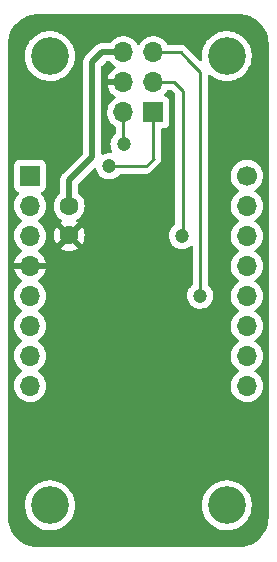
<source format=gtl>
%TF.GenerationSoftware,KiCad,Pcbnew,(6.0.0)*%
%TF.CreationDate,2022-03-14T07:52:58-04:00*%
%TF.ProjectId,JTAG_ISP-ISP,4a544147-5f49-4535-902d-4953502e6b69,v1.0.0*%
%TF.SameCoordinates,PX8924e3cPY3981160*%
%TF.FileFunction,Copper,L1,Top*%
%TF.FilePolarity,Positive*%
%FSLAX46Y46*%
G04 Gerber Fmt 4.6, Leading zero omitted, Abs format (unit mm)*
G04 Created by KiCad (PCBNEW (6.0.0)) date 2022-03-14 07:52:58*
%MOMM*%
%LPD*%
G01*
G04 APERTURE LIST*
%TA.AperFunction,ComponentPad*%
%ADD10C,3.200001*%
%TD*%
%TA.AperFunction,ComponentPad*%
%ADD11R,1.700000X1.700000*%
%TD*%
%TA.AperFunction,ComponentPad*%
%ADD12O,1.700000X1.700000*%
%TD*%
%TA.AperFunction,ComponentPad*%
%ADD13C,1.600000*%
%TD*%
%TA.AperFunction,ComponentPad*%
%ADD14C,1.700000*%
%TD*%
%TA.AperFunction,ViaPad*%
%ADD15C,1.200000*%
%TD*%
%TA.AperFunction,Conductor*%
%ADD16C,0.508000*%
%TD*%
%TA.AperFunction,Conductor*%
%ADD17C,0.250000*%
%TD*%
G04 APERTURE END LIST*
D10*
%TO.P,REF\u002A\u002A,*%
%TO.N,*%
X20043978Y-43102428D03*
%TD*%
D11*
%TO.P,J2,1,Pin_1*%
%TO.N,unconnected-(J2-Pad1)*%
X3373983Y-15208199D03*
D12*
%TO.P,J2,2,Pin_2*%
%TO.N,+5V*%
X3373983Y-17748199D03*
%TO.P,J2,3,Pin_3*%
%TO.N,unconnected-(J2-Pad3)*%
X3373983Y-20288199D03*
%TO.P,J2,4,Pin_4*%
%TO.N,GND*%
X3373983Y-22828199D03*
%TO.P,J2,5,Pin_5*%
%TO.N,unconnected-(J2-Pad5)*%
X3373983Y-25368199D03*
%TO.P,J2,6,Pin_6*%
%TO.N,MISO*%
X3373983Y-27908199D03*
%TO.P,J2,7,Pin_7*%
%TO.N,unconnected-(J2-Pad7)*%
X3373983Y-30448199D03*
%TO.P,J2,8,Pin_8*%
%TO.N,SCLK*%
X3373983Y-32988199D03*
%TD*%
D13*
%TO.P,C1,1*%
%TO.N,+5V*%
X6693988Y-17752432D03*
%TO.P,C1,2*%
%TO.N,GND*%
X6693988Y-20252432D03*
%TD*%
D10*
%TO.P,REF\u002A\u002A,*%
%TO.N,*%
X20043978Y-5066005D03*
%TD*%
%TO.P,REF\u002A\u002A,*%
%TO.N,*%
X5065979Y-43102428D03*
%TD*%
D14*
%TO.P,J3,1,Pin_1*%
%TO.N,SCLK*%
X21735999Y-15208199D03*
D12*
%TO.P,J3,2,Pin_2*%
%TO.N,unconnected-(J3-Pad2)*%
X21735999Y-17748199D03*
%TO.P,J3,3,Pin_3*%
%TO.N,RESET*%
X21735999Y-20288199D03*
%TO.P,J3,4,Pin_4*%
%TO.N,unconnected-(J3-Pad4)*%
X21735999Y-22828199D03*
%TO.P,J3,5,Pin_5*%
%TO.N,MOSI*%
X21735999Y-25368199D03*
%TO.P,J3,6,Pin_6*%
%TO.N,unconnected-(J3-Pad6)*%
X21735999Y-27908199D03*
%TO.P,J3,7,Pin_7*%
%TO.N,unconnected-(J3-Pad7)*%
X21735999Y-30448199D03*
%TO.P,J3,8,Pin_8*%
%TO.N,unconnected-(J3-Pad8)*%
X21735999Y-32988199D03*
%TD*%
D10*
%TO.P,REF\u002A\u002A,*%
%TO.N,*%
X5065979Y-5066005D03*
%TD*%
D11*
%TO.P,J1,1,Pin_1*%
%TO.N,MISO*%
X13824991Y-9824999D03*
D12*
%TO.P,J1,2,Pin_2*%
%TO.N,SCLK*%
X11284991Y-9824999D03*
%TO.P,J1,3,Pin_3*%
%TO.N,RESET*%
X13824991Y-7284999D03*
%TO.P,J1,4,Pin_4*%
%TO.N,GND*%
X11284991Y-7284999D03*
%TO.P,J1,5,Pin_5*%
%TO.N,MOSI*%
X13824991Y-4744999D03*
%TO.P,J1,6,Pin_6*%
%TO.N,+5V*%
X11284991Y-4744999D03*
%TD*%
D15*
%TO.N,GND*%
X7843988Y-30352432D03*
%TO.N,MISO*%
X10093988Y-14402432D03*
%TO.N,SCLK*%
X11300000Y-12550000D03*
%TO.N,RESET*%
X16243988Y-20302432D03*
%TO.N,MOSI*%
X17793988Y-25352432D03*
%TD*%
D16*
%TO.N,+5V*%
X6693988Y-15602432D02*
X6693988Y-17752432D01*
X8650000Y-13646420D02*
X6693988Y-15602432D01*
X11284991Y-4744999D02*
X9505001Y-4744999D01*
X9505001Y-4744999D02*
X8650000Y-5600000D01*
X8650000Y-5600000D02*
X8650000Y-13646420D01*
D17*
%TO.N,MISO*%
X13843988Y-13752432D02*
X13824991Y-13733435D01*
X10093988Y-14402432D02*
X13193988Y-14402432D01*
X13824991Y-13733435D02*
X13824991Y-9824999D01*
X13193988Y-14402432D02*
X13843988Y-13752432D01*
%TO.N,SCLK*%
X11284991Y-12534991D02*
X11300000Y-12550000D01*
X11284991Y-9824999D02*
X11284991Y-12534991D01*
%TO.N,RESET*%
X16293988Y-20252432D02*
X16293988Y-8002432D01*
X16243988Y-20302432D02*
X16293988Y-20252432D01*
X16293988Y-8002432D02*
X15576555Y-7284999D01*
X15576555Y-7284999D02*
X13824991Y-7284999D01*
%TO.N,MOSI*%
X16843988Y-5452432D02*
X17793988Y-6402432D01*
X16136555Y-4744999D02*
X16843988Y-5452432D01*
X17793988Y-6402432D02*
X17793988Y-25352432D01*
X13824991Y-4744999D02*
X16136555Y-4744999D01*
%TD*%
%TA.AperFunction,Conductor*%
%TO.N,GND*%
G36*
X21064045Y-1527412D02*
G01*
X21078846Y-1529717D01*
X21078849Y-1529717D01*
X21087718Y-1531098D01*
X21104887Y-1528853D01*
X21128827Y-1528020D01*
X21386758Y-1543622D01*
X21401862Y-1545456D01*
X21472636Y-1558426D01*
X21682867Y-1596952D01*
X21697629Y-1600590D01*
X21970396Y-1685587D01*
X21984615Y-1690981D01*
X22245128Y-1808228D01*
X22258597Y-1815297D01*
X22503083Y-1963094D01*
X22515605Y-1971737D01*
X22740495Y-2147928D01*
X22751883Y-2158018D01*
X22953882Y-2360017D01*
X22963972Y-2371405D01*
X23140163Y-2596295D01*
X23148806Y-2608817D01*
X23296603Y-2853303D01*
X23303672Y-2866772D01*
X23420918Y-3127282D01*
X23426313Y-3141504D01*
X23502485Y-3385947D01*
X23511309Y-3414265D01*
X23514948Y-3429033D01*
X23532605Y-3525383D01*
X23566444Y-3710038D01*
X23568278Y-3725142D01*
X23583443Y-3975841D01*
X23582186Y-4002551D01*
X23582183Y-4002771D01*
X23580802Y-4011642D01*
X23581966Y-4020544D01*
X23581966Y-4020547D01*
X23584924Y-4043163D01*
X23585988Y-4059501D01*
X23585988Y-44103104D01*
X23584488Y-44122488D01*
X23580802Y-44146162D01*
X23582442Y-44158702D01*
X23583047Y-44163329D01*
X23583880Y-44187271D01*
X23568278Y-44445202D01*
X23566444Y-44460306D01*
X23514950Y-44741305D01*
X23511310Y-44756073D01*
X23445656Y-44966766D01*
X23426314Y-45028836D01*
X23420919Y-45043059D01*
X23344454Y-45212959D01*
X23303674Y-45303568D01*
X23296603Y-45317041D01*
X23148806Y-45561527D01*
X23140163Y-45574049D01*
X22963972Y-45798939D01*
X22953882Y-45810327D01*
X22751883Y-46012326D01*
X22740495Y-46022416D01*
X22515605Y-46198607D01*
X22503083Y-46207250D01*
X22258597Y-46355047D01*
X22245128Y-46362116D01*
X21984618Y-46479362D01*
X21970396Y-46484757D01*
X21697629Y-46569754D01*
X21682867Y-46573392D01*
X21472636Y-46611918D01*
X21401862Y-46624888D01*
X21386758Y-46626722D01*
X21136059Y-46641887D01*
X21109349Y-46640630D01*
X21109129Y-46640627D01*
X21100258Y-46639246D01*
X21091356Y-46640410D01*
X21091353Y-46640410D01*
X21068737Y-46643368D01*
X21052399Y-46644432D01*
X4065318Y-46644432D01*
X4045933Y-46642932D01*
X4031132Y-46640627D01*
X4031129Y-46640627D01*
X4022260Y-46639246D01*
X4005091Y-46641491D01*
X3981151Y-46642324D01*
X3723220Y-46626722D01*
X3708116Y-46624888D01*
X3637342Y-46611918D01*
X3427111Y-46573392D01*
X3412349Y-46569754D01*
X3139582Y-46484757D01*
X3125360Y-46479362D01*
X2864850Y-46362116D01*
X2851381Y-46355047D01*
X2606895Y-46207250D01*
X2594373Y-46198607D01*
X2369483Y-46022416D01*
X2358095Y-46012326D01*
X2156096Y-45810327D01*
X2146006Y-45798939D01*
X1969815Y-45574049D01*
X1961172Y-45561527D01*
X1813375Y-45317041D01*
X1806304Y-45303568D01*
X1765525Y-45212959D01*
X1689059Y-45043059D01*
X1683664Y-45028836D01*
X1664322Y-44966766D01*
X1598668Y-44756073D01*
X1595028Y-44741305D01*
X1543534Y-44460306D01*
X1541700Y-44445202D01*
X1526535Y-44194503D01*
X1527792Y-44167793D01*
X1527795Y-44167573D01*
X1529176Y-44158702D01*
X1527537Y-44146162D01*
X1525054Y-44127181D01*
X1523990Y-44110843D01*
X1523990Y-43080297D01*
X2952668Y-43080297D01*
X2969217Y-43367311D01*
X2970042Y-43371516D01*
X2970043Y-43371524D01*
X3001989Y-43534349D01*
X3024565Y-43649423D01*
X3025952Y-43653473D01*
X3025953Y-43653478D01*
X3116300Y-43917358D01*
X3117689Y-43921414D01*
X3119616Y-43925245D01*
X3241605Y-44167793D01*
X3246864Y-44178250D01*
X3409700Y-44415178D01*
X3603185Y-44627816D01*
X3606480Y-44630571D01*
X3606481Y-44630572D01*
X3756587Y-44756079D01*
X3823738Y-44812226D01*
X4067277Y-44964999D01*
X4329297Y-45083305D01*
X4333416Y-45084525D01*
X4600836Y-45163739D01*
X4600841Y-45163740D01*
X4604949Y-45164957D01*
X4609183Y-45165605D01*
X4609188Y-45165606D01*
X4857790Y-45203647D01*
X4889132Y-45208443D01*
X5035464Y-45210742D01*
X5172296Y-45212892D01*
X5172302Y-45212892D01*
X5176587Y-45212959D01*
X5180839Y-45212444D01*
X5180847Y-45212444D01*
X5457735Y-45178936D01*
X5457740Y-45178935D01*
X5461996Y-45178420D01*
X5740076Y-45105467D01*
X6005683Y-44995449D01*
X6253901Y-44850402D01*
X6480138Y-44673010D01*
X6521264Y-44630572D01*
X6677223Y-44469634D01*
X6680206Y-44466556D01*
X6682739Y-44463108D01*
X6682743Y-44463103D01*
X6847866Y-44238314D01*
X6850404Y-44234859D01*
X6898563Y-44146162D01*
X6985533Y-43985983D01*
X6985534Y-43985981D01*
X6987583Y-43982207D01*
X7089204Y-43713276D01*
X7153386Y-43433041D01*
X7178942Y-43146688D01*
X7179406Y-43102428D01*
X7177897Y-43080297D01*
X17930667Y-43080297D01*
X17947216Y-43367311D01*
X17948041Y-43371516D01*
X17948042Y-43371524D01*
X17979988Y-43534349D01*
X18002564Y-43649423D01*
X18003951Y-43653473D01*
X18003952Y-43653478D01*
X18094299Y-43917358D01*
X18095688Y-43921414D01*
X18097615Y-43925245D01*
X18219604Y-44167793D01*
X18224863Y-44178250D01*
X18387699Y-44415178D01*
X18581184Y-44627816D01*
X18584479Y-44630571D01*
X18584480Y-44630572D01*
X18734586Y-44756079D01*
X18801737Y-44812226D01*
X19045276Y-44964999D01*
X19307296Y-45083305D01*
X19311415Y-45084525D01*
X19578835Y-45163739D01*
X19578840Y-45163740D01*
X19582948Y-45164957D01*
X19587182Y-45165605D01*
X19587187Y-45165606D01*
X19835789Y-45203647D01*
X19867131Y-45208443D01*
X20013463Y-45210742D01*
X20150295Y-45212892D01*
X20150301Y-45212892D01*
X20154586Y-45212959D01*
X20158838Y-45212444D01*
X20158846Y-45212444D01*
X20435734Y-45178936D01*
X20435739Y-45178935D01*
X20439995Y-45178420D01*
X20718075Y-45105467D01*
X20983682Y-44995449D01*
X21231900Y-44850402D01*
X21458137Y-44673010D01*
X21499263Y-44630572D01*
X21655222Y-44469634D01*
X21658205Y-44466556D01*
X21660738Y-44463108D01*
X21660742Y-44463103D01*
X21825865Y-44238314D01*
X21828403Y-44234859D01*
X21876562Y-44146162D01*
X21963532Y-43985983D01*
X21963533Y-43985981D01*
X21965582Y-43982207D01*
X22067203Y-43713276D01*
X22131385Y-43433041D01*
X22156941Y-43146688D01*
X22157405Y-43102428D01*
X22137851Y-42815603D01*
X22133314Y-42793692D01*
X22080421Y-42538283D01*
X22079552Y-42534086D01*
X21983585Y-42263085D01*
X21851728Y-42007616D01*
X21838466Y-41988745D01*
X21688882Y-41775910D01*
X21686419Y-41772405D01*
X21490718Y-41561806D01*
X21268246Y-41379715D01*
X21023120Y-41229501D01*
X21005026Y-41221558D01*
X20763808Y-41115671D01*
X20759876Y-41113945D01*
X20733941Y-41106557D01*
X20487512Y-41036360D01*
X20487513Y-41036360D01*
X20483384Y-41035184D01*
X20270682Y-41004913D01*
X20203014Y-40995282D01*
X20203012Y-40995282D01*
X20198762Y-40994677D01*
X20194473Y-40994655D01*
X20194466Y-40994654D01*
X19915561Y-40993193D01*
X19915554Y-40993193D01*
X19911275Y-40993171D01*
X19907031Y-40993730D01*
X19907027Y-40993730D01*
X19781638Y-41010238D01*
X19626244Y-41030696D01*
X19622104Y-41031829D01*
X19622102Y-41031829D01*
X19545289Y-41052843D01*
X19348942Y-41106557D01*
X19344994Y-41108241D01*
X19088454Y-41217665D01*
X19088450Y-41217667D01*
X19084502Y-41219351D01*
X18959938Y-41293901D01*
X18841499Y-41364785D01*
X18841495Y-41364788D01*
X18837817Y-41366989D01*
X18613450Y-41546741D01*
X18415555Y-41755279D01*
X18247792Y-41988745D01*
X18113266Y-42242820D01*
X18014467Y-42512801D01*
X17953223Y-42793692D01*
X17930667Y-43080297D01*
X7177897Y-43080297D01*
X7159852Y-42815603D01*
X7155315Y-42793692D01*
X7102422Y-42538283D01*
X7101553Y-42534086D01*
X7005586Y-42263085D01*
X6873729Y-42007616D01*
X6860467Y-41988745D01*
X6710883Y-41775910D01*
X6708420Y-41772405D01*
X6512719Y-41561806D01*
X6290247Y-41379715D01*
X6045121Y-41229501D01*
X6027027Y-41221558D01*
X5785809Y-41115671D01*
X5781877Y-41113945D01*
X5755942Y-41106557D01*
X5509513Y-41036360D01*
X5509514Y-41036360D01*
X5505385Y-41035184D01*
X5292683Y-41004913D01*
X5225015Y-40995282D01*
X5225013Y-40995282D01*
X5220763Y-40994677D01*
X5216474Y-40994655D01*
X5216467Y-40994654D01*
X4937562Y-40993193D01*
X4937555Y-40993193D01*
X4933276Y-40993171D01*
X4929032Y-40993730D01*
X4929028Y-40993730D01*
X4803639Y-41010238D01*
X4648245Y-41030696D01*
X4644105Y-41031829D01*
X4644103Y-41031829D01*
X4567290Y-41052843D01*
X4370943Y-41106557D01*
X4366995Y-41108241D01*
X4110455Y-41217665D01*
X4110451Y-41217667D01*
X4106503Y-41219351D01*
X3981939Y-41293901D01*
X3863500Y-41364785D01*
X3863496Y-41364788D01*
X3859818Y-41366989D01*
X3635451Y-41546741D01*
X3437556Y-41755279D01*
X3269793Y-41988745D01*
X3135267Y-42242820D01*
X3036468Y-42512801D01*
X2975224Y-42793692D01*
X2952668Y-43080297D01*
X1523990Y-43080297D01*
X1523990Y-32954894D01*
X2011234Y-32954894D01*
X2011531Y-32960047D01*
X2011531Y-32960050D01*
X2016994Y-33054789D01*
X2024093Y-33177914D01*
X2025230Y-33182960D01*
X2025231Y-33182966D01*
X2045102Y-33271138D01*
X2073205Y-33395838D01*
X2157249Y-33602815D01*
X2273970Y-33793287D01*
X2420233Y-33962137D01*
X2592109Y-34104831D01*
X2784983Y-34217537D01*
X2993675Y-34297229D01*
X2998743Y-34298260D01*
X2998746Y-34298261D01*
X3106000Y-34320082D01*
X3212580Y-34341766D01*
X3217755Y-34341956D01*
X3217757Y-34341956D01*
X3430656Y-34349763D01*
X3430660Y-34349763D01*
X3435820Y-34349952D01*
X3440940Y-34349296D01*
X3440942Y-34349296D01*
X3652271Y-34322224D01*
X3652272Y-34322224D01*
X3657399Y-34321567D01*
X3662349Y-34320082D01*
X3866412Y-34258860D01*
X3866417Y-34258858D01*
X3871367Y-34257373D01*
X4071977Y-34159095D01*
X4253843Y-34029372D01*
X4412079Y-33871688D01*
X4471577Y-33788888D01*
X4539418Y-33694476D01*
X4542436Y-33690276D01*
X4641413Y-33490010D01*
X4706353Y-33276268D01*
X4735512Y-33054789D01*
X4737139Y-32988199D01*
X4734401Y-32954894D01*
X20373250Y-32954894D01*
X20373547Y-32960047D01*
X20373547Y-32960050D01*
X20379010Y-33054789D01*
X20386109Y-33177914D01*
X20387246Y-33182960D01*
X20387247Y-33182966D01*
X20407118Y-33271138D01*
X20435221Y-33395838D01*
X20519265Y-33602815D01*
X20635986Y-33793287D01*
X20782249Y-33962137D01*
X20954125Y-34104831D01*
X21146999Y-34217537D01*
X21355691Y-34297229D01*
X21360759Y-34298260D01*
X21360762Y-34298261D01*
X21468016Y-34320082D01*
X21574596Y-34341766D01*
X21579771Y-34341956D01*
X21579773Y-34341956D01*
X21792672Y-34349763D01*
X21792676Y-34349763D01*
X21797836Y-34349952D01*
X21802956Y-34349296D01*
X21802958Y-34349296D01*
X22014287Y-34322224D01*
X22014288Y-34322224D01*
X22019415Y-34321567D01*
X22024365Y-34320082D01*
X22228428Y-34258860D01*
X22228433Y-34258858D01*
X22233383Y-34257373D01*
X22433993Y-34159095D01*
X22615859Y-34029372D01*
X22774095Y-33871688D01*
X22833593Y-33788888D01*
X22901434Y-33694476D01*
X22904452Y-33690276D01*
X23003429Y-33490010D01*
X23068369Y-33276268D01*
X23097528Y-33054789D01*
X23099155Y-32988199D01*
X23080851Y-32765560D01*
X23026430Y-32548901D01*
X22937353Y-32344039D01*
X22816013Y-32156476D01*
X22665669Y-31991250D01*
X22661618Y-31988051D01*
X22661614Y-31988047D01*
X22494413Y-31855999D01*
X22494409Y-31855997D01*
X22490358Y-31852797D01*
X22449052Y-31829995D01*
X22399083Y-31779563D01*
X22384311Y-31710120D01*
X22409427Y-31643715D01*
X22436779Y-31617108D01*
X22480602Y-31585849D01*
X22615859Y-31489372D01*
X22774095Y-31331688D01*
X22833593Y-31248888D01*
X22901434Y-31154476D01*
X22904452Y-31150276D01*
X23003429Y-30950010D01*
X23068369Y-30736268D01*
X23097528Y-30514789D01*
X23099155Y-30448199D01*
X23080851Y-30225560D01*
X23026430Y-30008901D01*
X22937353Y-29804039D01*
X22816013Y-29616476D01*
X22665669Y-29451250D01*
X22661618Y-29448051D01*
X22661614Y-29448047D01*
X22494413Y-29315999D01*
X22494409Y-29315997D01*
X22490358Y-29312797D01*
X22449052Y-29289995D01*
X22399083Y-29239563D01*
X22384311Y-29170120D01*
X22409427Y-29103715D01*
X22436779Y-29077108D01*
X22480602Y-29045849D01*
X22615859Y-28949372D01*
X22774095Y-28791688D01*
X22833593Y-28708888D01*
X22901434Y-28614476D01*
X22904452Y-28610276D01*
X23003429Y-28410010D01*
X23068369Y-28196268D01*
X23097528Y-27974789D01*
X23099155Y-27908199D01*
X23080851Y-27685560D01*
X23026430Y-27468901D01*
X22937353Y-27264039D01*
X22816013Y-27076476D01*
X22665669Y-26911250D01*
X22661618Y-26908051D01*
X22661614Y-26908047D01*
X22494413Y-26775999D01*
X22494409Y-26775997D01*
X22490358Y-26772797D01*
X22449052Y-26749995D01*
X22399083Y-26699563D01*
X22384311Y-26630120D01*
X22409427Y-26563715D01*
X22436779Y-26537108D01*
X22480602Y-26505849D01*
X22615859Y-26409372D01*
X22774095Y-26251688D01*
X22798598Y-26217589D01*
X22901434Y-26074476D01*
X22904452Y-26070276D01*
X22945398Y-25987429D01*
X23001135Y-25874652D01*
X23001136Y-25874650D01*
X23003429Y-25870010D01*
X23068369Y-25656268D01*
X23097528Y-25434789D01*
X23099155Y-25368199D01*
X23080851Y-25145560D01*
X23026430Y-24928901D01*
X22937353Y-24724039D01*
X22864967Y-24612147D01*
X22818821Y-24540816D01*
X22818819Y-24540813D01*
X22816013Y-24536476D01*
X22665669Y-24371250D01*
X22661618Y-24368051D01*
X22661614Y-24368047D01*
X22494413Y-24235999D01*
X22494409Y-24235997D01*
X22490358Y-24232797D01*
X22449052Y-24209995D01*
X22399083Y-24159563D01*
X22384311Y-24090120D01*
X22409427Y-24023715D01*
X22436779Y-23997108D01*
X22480602Y-23965849D01*
X22615859Y-23869372D01*
X22774095Y-23711688D01*
X22833593Y-23628888D01*
X22901434Y-23534476D01*
X22904452Y-23530276D01*
X23003429Y-23330010D01*
X23068369Y-23116268D01*
X23097528Y-22894789D01*
X23099155Y-22828199D01*
X23080851Y-22605560D01*
X23026430Y-22388901D01*
X22937353Y-22184039D01*
X22816013Y-21996476D01*
X22665669Y-21831250D01*
X22661618Y-21828051D01*
X22661614Y-21828047D01*
X22494413Y-21695999D01*
X22494409Y-21695997D01*
X22490358Y-21692797D01*
X22449052Y-21669995D01*
X22399083Y-21619563D01*
X22384311Y-21550120D01*
X22409427Y-21483715D01*
X22436779Y-21457108D01*
X22498159Y-21413326D01*
X22615859Y-21329372D01*
X22623966Y-21321294D01*
X22770434Y-21175336D01*
X22774095Y-21171688D01*
X22786899Y-21153870D01*
X22901434Y-20994476D01*
X22904452Y-20990276D01*
X22916061Y-20966788D01*
X23001135Y-20794652D01*
X23001136Y-20794650D01*
X23003429Y-20790010D01*
X23054711Y-20621222D01*
X23066864Y-20581222D01*
X23066864Y-20581220D01*
X23068369Y-20576268D01*
X23097528Y-20354789D01*
X23099155Y-20288199D01*
X23080851Y-20065560D01*
X23026430Y-19848901D01*
X22937353Y-19644039D01*
X22869649Y-19539384D01*
X22818821Y-19460816D01*
X22818819Y-19460813D01*
X22816013Y-19456476D01*
X22665669Y-19291250D01*
X22661618Y-19288051D01*
X22661614Y-19288047D01*
X22494413Y-19155999D01*
X22494409Y-19155997D01*
X22490358Y-19152797D01*
X22449052Y-19129995D01*
X22399083Y-19079563D01*
X22384311Y-19010120D01*
X22409427Y-18943715D01*
X22436779Y-18917108D01*
X22480602Y-18885849D01*
X22615859Y-18789372D01*
X22774095Y-18631688D01*
X22833593Y-18548888D01*
X22901434Y-18454476D01*
X22904452Y-18450276D01*
X22922535Y-18413689D01*
X23001135Y-18254652D01*
X23001136Y-18254650D01*
X23003429Y-18250010D01*
X23068369Y-18036268D01*
X23097528Y-17814789D01*
X23099155Y-17748199D01*
X23080851Y-17525560D01*
X23026430Y-17308901D01*
X22937353Y-17104039D01*
X22816013Y-16916476D01*
X22665669Y-16751250D01*
X22661618Y-16748051D01*
X22661614Y-16748047D01*
X22494413Y-16615999D01*
X22494409Y-16615997D01*
X22490358Y-16612797D01*
X22449052Y-16589995D01*
X22399083Y-16539563D01*
X22384311Y-16470120D01*
X22409427Y-16403715D01*
X22436779Y-16377108D01*
X22480602Y-16345849D01*
X22615859Y-16249372D01*
X22774095Y-16091688D01*
X22833593Y-16008888D01*
X22901434Y-15914476D01*
X22904452Y-15910276D01*
X23003429Y-15710010D01*
X23061535Y-15518762D01*
X23066864Y-15501222D01*
X23066864Y-15501220D01*
X23068369Y-15496268D01*
X23097528Y-15274789D01*
X23099155Y-15208199D01*
X23080851Y-14985560D01*
X23026430Y-14768901D01*
X22937353Y-14564039D01*
X22816013Y-14376476D01*
X22665669Y-14211250D01*
X22661618Y-14208051D01*
X22661614Y-14208047D01*
X22494413Y-14075999D01*
X22494409Y-14075997D01*
X22490358Y-14072797D01*
X22294788Y-13964837D01*
X22289919Y-13963113D01*
X22289915Y-13963111D01*
X22089086Y-13891994D01*
X22089082Y-13891993D01*
X22084211Y-13890268D01*
X22079118Y-13889361D01*
X22079115Y-13889360D01*
X21869372Y-13851999D01*
X21869366Y-13851998D01*
X21864283Y-13851093D01*
X21790451Y-13850191D01*
X21646080Y-13848427D01*
X21646078Y-13848427D01*
X21640910Y-13848364D01*
X21420090Y-13882154D01*
X21207755Y-13951556D01*
X21009606Y-14054706D01*
X21005473Y-14057809D01*
X21005470Y-14057811D01*
X20838072Y-14183497D01*
X20830964Y-14188834D01*
X20676628Y-14350337D01*
X20550742Y-14534879D01*
X20456687Y-14737504D01*
X20396988Y-14952769D01*
X20373250Y-15174894D01*
X20373547Y-15180047D01*
X20373547Y-15180050D01*
X20383226Y-15347913D01*
X20386109Y-15397914D01*
X20387246Y-15402960D01*
X20387247Y-15402966D01*
X20405299Y-15483066D01*
X20435221Y-15615838D01*
X20519265Y-15822815D01*
X20521964Y-15827219D01*
X20609742Y-15970460D01*
X20635986Y-16013287D01*
X20782249Y-16182137D01*
X20954125Y-16324831D01*
X21024594Y-16366010D01*
X21027444Y-16367675D01*
X21076168Y-16419313D01*
X21089239Y-16489096D01*
X21062508Y-16554868D01*
X21022054Y-16588226D01*
X21009606Y-16594706D01*
X21005473Y-16597809D01*
X21005470Y-16597811D01*
X20835099Y-16725729D01*
X20830964Y-16728834D01*
X20676628Y-16890337D01*
X20550742Y-17074879D01*
X20456687Y-17277504D01*
X20396988Y-17492769D01*
X20373250Y-17714894D01*
X20373547Y-17720047D01*
X20373547Y-17720050D01*
X20379010Y-17814789D01*
X20386109Y-17937914D01*
X20387246Y-17942960D01*
X20387247Y-17942966D01*
X20396908Y-17985834D01*
X20435221Y-18155838D01*
X20519265Y-18362815D01*
X20635986Y-18553287D01*
X20782249Y-18722137D01*
X20954125Y-18864831D01*
X20997120Y-18889955D01*
X21027444Y-18907675D01*
X21076168Y-18959313D01*
X21089239Y-19029096D01*
X21062508Y-19094868D01*
X21022054Y-19128226D01*
X21009606Y-19134706D01*
X21005473Y-19137809D01*
X21005470Y-19137811D01*
X20950790Y-19178866D01*
X20830964Y-19268834D01*
X20827392Y-19272572D01*
X20706722Y-19398846D01*
X20676628Y-19430337D01*
X20673714Y-19434609D01*
X20673713Y-19434610D01*
X20607955Y-19531008D01*
X20550742Y-19614879D01*
X20456687Y-19817504D01*
X20396988Y-20032769D01*
X20373250Y-20254894D01*
X20373547Y-20260047D01*
X20373547Y-20260050D01*
X20379010Y-20354789D01*
X20386109Y-20477914D01*
X20387246Y-20482960D01*
X20387247Y-20482966D01*
X20407118Y-20571138D01*
X20435221Y-20695838D01*
X20519265Y-20902815D01*
X20635986Y-21093287D01*
X20782249Y-21262137D01*
X20954125Y-21404831D01*
X21024594Y-21446010D01*
X21027444Y-21447675D01*
X21076168Y-21499313D01*
X21089239Y-21569096D01*
X21062508Y-21634868D01*
X21022054Y-21668226D01*
X21009606Y-21674706D01*
X21005473Y-21677809D01*
X21005470Y-21677811D01*
X20981246Y-21695999D01*
X20830964Y-21808834D01*
X20676628Y-21970337D01*
X20673714Y-21974609D01*
X20673713Y-21974610D01*
X20661403Y-21992656D01*
X20550742Y-22154879D01*
X20456687Y-22357504D01*
X20396988Y-22572769D01*
X20373250Y-22794894D01*
X20373547Y-22800047D01*
X20373547Y-22800050D01*
X20379010Y-22894789D01*
X20386109Y-23017914D01*
X20387246Y-23022960D01*
X20387247Y-23022966D01*
X20400596Y-23082199D01*
X20435221Y-23235838D01*
X20519265Y-23442815D01*
X20635986Y-23633287D01*
X20782249Y-23802137D01*
X20954125Y-23944831D01*
X21024594Y-23986010D01*
X21027444Y-23987675D01*
X21076168Y-24039313D01*
X21089239Y-24109096D01*
X21062508Y-24174868D01*
X21022054Y-24208226D01*
X21009606Y-24214706D01*
X21005473Y-24217809D01*
X21005470Y-24217811D01*
X20981246Y-24235999D01*
X20830964Y-24348834D01*
X20676628Y-24510337D01*
X20673714Y-24514609D01*
X20673713Y-24514610D01*
X20610332Y-24607523D01*
X20550742Y-24694879D01*
X20456687Y-24897504D01*
X20396988Y-25112769D01*
X20373250Y-25334894D01*
X20373547Y-25340047D01*
X20373547Y-25340050D01*
X20385811Y-25552746D01*
X20386109Y-25557914D01*
X20387246Y-25562960D01*
X20387247Y-25562966D01*
X20397081Y-25606601D01*
X20435221Y-25775838D01*
X20519265Y-25982815D01*
X20570018Y-26065637D01*
X20617616Y-26143309D01*
X20635986Y-26173287D01*
X20782249Y-26342137D01*
X20954125Y-26484831D01*
X21024594Y-26526010D01*
X21027444Y-26527675D01*
X21076168Y-26579313D01*
X21089239Y-26649096D01*
X21062508Y-26714868D01*
X21022054Y-26748226D01*
X21009606Y-26754706D01*
X21005473Y-26757809D01*
X21005470Y-26757811D01*
X20981246Y-26775999D01*
X20830964Y-26888834D01*
X20676628Y-27050337D01*
X20550742Y-27234879D01*
X20456687Y-27437504D01*
X20396988Y-27652769D01*
X20373250Y-27874894D01*
X20373547Y-27880047D01*
X20373547Y-27880050D01*
X20379010Y-27974789D01*
X20386109Y-28097914D01*
X20387246Y-28102960D01*
X20387247Y-28102966D01*
X20407118Y-28191138D01*
X20435221Y-28315838D01*
X20519265Y-28522815D01*
X20635986Y-28713287D01*
X20782249Y-28882137D01*
X20954125Y-29024831D01*
X21024594Y-29066010D01*
X21027444Y-29067675D01*
X21076168Y-29119313D01*
X21089239Y-29189096D01*
X21062508Y-29254868D01*
X21022054Y-29288226D01*
X21009606Y-29294706D01*
X21005473Y-29297809D01*
X21005470Y-29297811D01*
X20981246Y-29315999D01*
X20830964Y-29428834D01*
X20676628Y-29590337D01*
X20550742Y-29774879D01*
X20456687Y-29977504D01*
X20396988Y-30192769D01*
X20373250Y-30414894D01*
X20373547Y-30420047D01*
X20373547Y-30420050D01*
X20379010Y-30514789D01*
X20386109Y-30637914D01*
X20387246Y-30642960D01*
X20387247Y-30642966D01*
X20407118Y-30731138D01*
X20435221Y-30855838D01*
X20519265Y-31062815D01*
X20635986Y-31253287D01*
X20782249Y-31422137D01*
X20954125Y-31564831D01*
X21024594Y-31606010D01*
X21027444Y-31607675D01*
X21076168Y-31659313D01*
X21089239Y-31729096D01*
X21062508Y-31794868D01*
X21022054Y-31828226D01*
X21009606Y-31834706D01*
X21005473Y-31837809D01*
X21005470Y-31837811D01*
X20981246Y-31855999D01*
X20830964Y-31968834D01*
X20676628Y-32130337D01*
X20550742Y-32314879D01*
X20456687Y-32517504D01*
X20396988Y-32732769D01*
X20373250Y-32954894D01*
X4734401Y-32954894D01*
X4718835Y-32765560D01*
X4664414Y-32548901D01*
X4575337Y-32344039D01*
X4453997Y-32156476D01*
X4303653Y-31991250D01*
X4299602Y-31988051D01*
X4299598Y-31988047D01*
X4132397Y-31855999D01*
X4132393Y-31855997D01*
X4128342Y-31852797D01*
X4087036Y-31829995D01*
X4037067Y-31779563D01*
X4022295Y-31710120D01*
X4047411Y-31643715D01*
X4074763Y-31617108D01*
X4118586Y-31585849D01*
X4253843Y-31489372D01*
X4412079Y-31331688D01*
X4471577Y-31248888D01*
X4539418Y-31154476D01*
X4542436Y-31150276D01*
X4641413Y-30950010D01*
X4706353Y-30736268D01*
X4735512Y-30514789D01*
X4737139Y-30448199D01*
X4718835Y-30225560D01*
X4664414Y-30008901D01*
X4575337Y-29804039D01*
X4453997Y-29616476D01*
X4303653Y-29451250D01*
X4299602Y-29448051D01*
X4299598Y-29448047D01*
X4132397Y-29315999D01*
X4132393Y-29315997D01*
X4128342Y-29312797D01*
X4087036Y-29289995D01*
X4037067Y-29239563D01*
X4022295Y-29170120D01*
X4047411Y-29103715D01*
X4074763Y-29077108D01*
X4118586Y-29045849D01*
X4253843Y-28949372D01*
X4412079Y-28791688D01*
X4471577Y-28708888D01*
X4539418Y-28614476D01*
X4542436Y-28610276D01*
X4641413Y-28410010D01*
X4706353Y-28196268D01*
X4735512Y-27974789D01*
X4737139Y-27908199D01*
X4718835Y-27685560D01*
X4664414Y-27468901D01*
X4575337Y-27264039D01*
X4453997Y-27076476D01*
X4303653Y-26911250D01*
X4299602Y-26908051D01*
X4299598Y-26908047D01*
X4132397Y-26775999D01*
X4132393Y-26775997D01*
X4128342Y-26772797D01*
X4087036Y-26749995D01*
X4037067Y-26699563D01*
X4022295Y-26630120D01*
X4047411Y-26563715D01*
X4074763Y-26537108D01*
X4118586Y-26505849D01*
X4253843Y-26409372D01*
X4412079Y-26251688D01*
X4436582Y-26217589D01*
X4539418Y-26074476D01*
X4542436Y-26070276D01*
X4583382Y-25987429D01*
X4639119Y-25874652D01*
X4639120Y-25874650D01*
X4641413Y-25870010D01*
X4706353Y-25656268D01*
X4735512Y-25434789D01*
X4737139Y-25368199D01*
X4718835Y-25145560D01*
X4664414Y-24928901D01*
X4575337Y-24724039D01*
X4502951Y-24612147D01*
X4456805Y-24540816D01*
X4456803Y-24540813D01*
X4453997Y-24536476D01*
X4303653Y-24371250D01*
X4299602Y-24368051D01*
X4299598Y-24368047D01*
X4132397Y-24235999D01*
X4132393Y-24235997D01*
X4128342Y-24232797D01*
X4086552Y-24209728D01*
X4036581Y-24159296D01*
X4021809Y-24089853D01*
X4046925Y-24023447D01*
X4074277Y-23996840D01*
X4249311Y-23871991D01*
X4257183Y-23865338D01*
X4408035Y-23715011D01*
X4414713Y-23707164D01*
X4538986Y-23534219D01*
X4544296Y-23525382D01*
X4638653Y-23334466D01*
X4642452Y-23324871D01*
X4704360Y-23121109D01*
X4706538Y-23111036D01*
X4707969Y-23100161D01*
X4705758Y-23085977D01*
X4692600Y-23082199D01*
X2057208Y-23082199D01*
X2043677Y-23086172D01*
X2042240Y-23096165D01*
X2072548Y-23230645D01*
X2075628Y-23240474D01*
X2155753Y-23437802D01*
X2160396Y-23446993D01*
X2271677Y-23628587D01*
X2277760Y-23636898D01*
X2417196Y-23797866D01*
X2424563Y-23805082D01*
X2588417Y-23941115D01*
X2596864Y-23947030D01*
X2665952Y-23987402D01*
X2714676Y-24039041D01*
X2727747Y-24108824D01*
X2701016Y-24174595D01*
X2660567Y-24207951D01*
X2647590Y-24214706D01*
X2643457Y-24217809D01*
X2643454Y-24217811D01*
X2619230Y-24235999D01*
X2468948Y-24348834D01*
X2314612Y-24510337D01*
X2311698Y-24514609D01*
X2311697Y-24514610D01*
X2248316Y-24607523D01*
X2188726Y-24694879D01*
X2094671Y-24897504D01*
X2034972Y-25112769D01*
X2011234Y-25334894D01*
X2011531Y-25340047D01*
X2011531Y-25340050D01*
X2023795Y-25552746D01*
X2024093Y-25557914D01*
X2025230Y-25562960D01*
X2025231Y-25562966D01*
X2035065Y-25606601D01*
X2073205Y-25775838D01*
X2157249Y-25982815D01*
X2208002Y-26065637D01*
X2255600Y-26143309D01*
X2273970Y-26173287D01*
X2420233Y-26342137D01*
X2592109Y-26484831D01*
X2662578Y-26526010D01*
X2665428Y-26527675D01*
X2714152Y-26579313D01*
X2727223Y-26649096D01*
X2700492Y-26714868D01*
X2660038Y-26748226D01*
X2647590Y-26754706D01*
X2643457Y-26757809D01*
X2643454Y-26757811D01*
X2619230Y-26775999D01*
X2468948Y-26888834D01*
X2314612Y-27050337D01*
X2188726Y-27234879D01*
X2094671Y-27437504D01*
X2034972Y-27652769D01*
X2011234Y-27874894D01*
X2011531Y-27880047D01*
X2011531Y-27880050D01*
X2016994Y-27974789D01*
X2024093Y-28097914D01*
X2025230Y-28102960D01*
X2025231Y-28102966D01*
X2045102Y-28191138D01*
X2073205Y-28315838D01*
X2157249Y-28522815D01*
X2273970Y-28713287D01*
X2420233Y-28882137D01*
X2592109Y-29024831D01*
X2662578Y-29066010D01*
X2665428Y-29067675D01*
X2714152Y-29119313D01*
X2727223Y-29189096D01*
X2700492Y-29254868D01*
X2660038Y-29288226D01*
X2647590Y-29294706D01*
X2643457Y-29297809D01*
X2643454Y-29297811D01*
X2619230Y-29315999D01*
X2468948Y-29428834D01*
X2314612Y-29590337D01*
X2188726Y-29774879D01*
X2094671Y-29977504D01*
X2034972Y-30192769D01*
X2011234Y-30414894D01*
X2011531Y-30420047D01*
X2011531Y-30420050D01*
X2016994Y-30514789D01*
X2024093Y-30637914D01*
X2025230Y-30642960D01*
X2025231Y-30642966D01*
X2045102Y-30731138D01*
X2073205Y-30855838D01*
X2157249Y-31062815D01*
X2273970Y-31253287D01*
X2420233Y-31422137D01*
X2592109Y-31564831D01*
X2662578Y-31606010D01*
X2665428Y-31607675D01*
X2714152Y-31659313D01*
X2727223Y-31729096D01*
X2700492Y-31794868D01*
X2660038Y-31828226D01*
X2647590Y-31834706D01*
X2643457Y-31837809D01*
X2643454Y-31837811D01*
X2619230Y-31855999D01*
X2468948Y-31968834D01*
X2314612Y-32130337D01*
X2188726Y-32314879D01*
X2094671Y-32517504D01*
X2034972Y-32732769D01*
X2011234Y-32954894D01*
X1523990Y-32954894D01*
X1523990Y-20254894D01*
X2011234Y-20254894D01*
X2011531Y-20260047D01*
X2011531Y-20260050D01*
X2016994Y-20354789D01*
X2024093Y-20477914D01*
X2025230Y-20482960D01*
X2025231Y-20482966D01*
X2045102Y-20571138D01*
X2073205Y-20695838D01*
X2157249Y-20902815D01*
X2273970Y-21093287D01*
X2420233Y-21262137D01*
X2592109Y-21404831D01*
X2665428Y-21447675D01*
X2665938Y-21447973D01*
X2714662Y-21499611D01*
X2727733Y-21569394D01*
X2701002Y-21635166D01*
X2660545Y-21668526D01*
X2652440Y-21672745D01*
X2643721Y-21678235D01*
X2473416Y-21806104D01*
X2465709Y-21812947D01*
X2318573Y-21966916D01*
X2312087Y-21974926D01*
X2192081Y-22150848D01*
X2186983Y-22159822D01*
X2097321Y-22352982D01*
X2093758Y-22362669D01*
X2038372Y-22562382D01*
X2039895Y-22570806D01*
X2052275Y-22574199D01*
X4692327Y-22574199D01*
X4705858Y-22570226D01*
X4707163Y-22561146D01*
X4665197Y-22394074D01*
X4661877Y-22384323D01*
X4576955Y-22189013D01*
X4572088Y-22179938D01*
X4456409Y-22001125D01*
X4450119Y-21992956D01*
X4306789Y-21835439D01*
X4299256Y-21828414D01*
X4132122Y-21696421D01*
X4123539Y-21690719D01*
X4086585Y-21670319D01*
X4036614Y-21619886D01*
X4021842Y-21550444D01*
X4046958Y-21484038D01*
X4074310Y-21457431D01*
X4136143Y-21413326D01*
X4241054Y-21338494D01*
X5972481Y-21338494D01*
X5981777Y-21350509D01*
X6032982Y-21386363D01*
X6042477Y-21391846D01*
X6239935Y-21483922D01*
X6250227Y-21487668D01*
X6460676Y-21544057D01*
X6471469Y-21545960D01*
X6688513Y-21564949D01*
X6699463Y-21564949D01*
X6916507Y-21545960D01*
X6927300Y-21544057D01*
X7137749Y-21487668D01*
X7148041Y-21483922D01*
X7345499Y-21391846D01*
X7354994Y-21386363D01*
X7407036Y-21349923D01*
X7415412Y-21339444D01*
X7408344Y-21325998D01*
X6706800Y-20624454D01*
X6692856Y-20616840D01*
X6691023Y-20616971D01*
X6684408Y-20621222D01*
X5978911Y-21326719D01*
X5972481Y-21338494D01*
X4241054Y-21338494D01*
X4253843Y-21329372D01*
X4261950Y-21321294D01*
X4408418Y-21175336D01*
X4412079Y-21171688D01*
X4424883Y-21153870D01*
X4539418Y-20994476D01*
X4542436Y-20990276D01*
X4554045Y-20966788D01*
X4639119Y-20794652D01*
X4639120Y-20794650D01*
X4641413Y-20790010D01*
X4692695Y-20621222D01*
X4704848Y-20581222D01*
X4704848Y-20581220D01*
X4706353Y-20576268D01*
X4735512Y-20354789D01*
X4737139Y-20288199D01*
X4734649Y-20257907D01*
X5381471Y-20257907D01*
X5400460Y-20474951D01*
X5402363Y-20485744D01*
X5458752Y-20696193D01*
X5462498Y-20706485D01*
X5554574Y-20903943D01*
X5560057Y-20913438D01*
X5596497Y-20965480D01*
X5606976Y-20973856D01*
X5620422Y-20966788D01*
X6321966Y-20265244D01*
X6328344Y-20253564D01*
X7058396Y-20253564D01*
X7058527Y-20255397D01*
X7062778Y-20262012D01*
X7768275Y-20967509D01*
X7780050Y-20973939D01*
X7792065Y-20964643D01*
X7827919Y-20913438D01*
X7833402Y-20903943D01*
X7925478Y-20706485D01*
X7929224Y-20696193D01*
X7985613Y-20485744D01*
X7987516Y-20474951D01*
X8006505Y-20257907D01*
X8006505Y-20246957D01*
X7987516Y-20029913D01*
X7985613Y-20019120D01*
X7929224Y-19808671D01*
X7925478Y-19798379D01*
X7833402Y-19600921D01*
X7827919Y-19591426D01*
X7791479Y-19539384D01*
X7781000Y-19531008D01*
X7767554Y-19538076D01*
X7066010Y-20239620D01*
X7058396Y-20253564D01*
X6328344Y-20253564D01*
X6329580Y-20251300D01*
X6329449Y-20249467D01*
X6325198Y-20242852D01*
X5619701Y-19537355D01*
X5607926Y-19530925D01*
X5595911Y-19540221D01*
X5560057Y-19591426D01*
X5554574Y-19600921D01*
X5462498Y-19798379D01*
X5458752Y-19808671D01*
X5402363Y-20019120D01*
X5400460Y-20029913D01*
X5381471Y-20246957D01*
X5381471Y-20257907D01*
X4734649Y-20257907D01*
X4718835Y-20065560D01*
X4664414Y-19848901D01*
X4575337Y-19644039D01*
X4507633Y-19539384D01*
X4456805Y-19460816D01*
X4456803Y-19460813D01*
X4453997Y-19456476D01*
X4303653Y-19291250D01*
X4299602Y-19288051D01*
X4299598Y-19288047D01*
X4132397Y-19155999D01*
X4132393Y-19155997D01*
X4128342Y-19152797D01*
X4087036Y-19129995D01*
X4037067Y-19079563D01*
X4022295Y-19010120D01*
X4047411Y-18943715D01*
X4074763Y-18917108D01*
X4118586Y-18885849D01*
X4253843Y-18789372D01*
X4412079Y-18631688D01*
X4471577Y-18548888D01*
X4539418Y-18454476D01*
X4542436Y-18450276D01*
X4560519Y-18413689D01*
X4639119Y-18254652D01*
X4639120Y-18254650D01*
X4641413Y-18250010D01*
X4706353Y-18036268D01*
X4735512Y-17814789D01*
X4737036Y-17752432D01*
X5380490Y-17752432D01*
X5400445Y-17980519D01*
X5401869Y-17985832D01*
X5401869Y-17985834D01*
X5446071Y-18150795D01*
X5459704Y-18201675D01*
X5462027Y-18206656D01*
X5462027Y-18206657D01*
X5554139Y-18404194D01*
X5554142Y-18404199D01*
X5556465Y-18409181D01*
X5559622Y-18413689D01*
X5660102Y-18557189D01*
X5687790Y-18596732D01*
X5849688Y-18758630D01*
X5854196Y-18761787D01*
X5854199Y-18761789D01*
X5957864Y-18834376D01*
X6037239Y-18889955D01*
X6042223Y-18892279D01*
X6044516Y-18893603D01*
X6093509Y-18944985D01*
X6106945Y-19014699D01*
X6080559Y-19080610D01*
X6044516Y-19111841D01*
X6032986Y-19118498D01*
X5980940Y-19154941D01*
X5972564Y-19165420D01*
X5979632Y-19178866D01*
X6681176Y-19880410D01*
X6695120Y-19888024D01*
X6696953Y-19887893D01*
X6703568Y-19883642D01*
X7409065Y-19178145D01*
X7415495Y-19166370D01*
X7406199Y-19154355D01*
X7354990Y-19118498D01*
X7343460Y-19111841D01*
X7294467Y-19060459D01*
X7281030Y-18990745D01*
X7307417Y-18924834D01*
X7343460Y-18893603D01*
X7345753Y-18892279D01*
X7350737Y-18889955D01*
X7430112Y-18834376D01*
X7533777Y-18761789D01*
X7533780Y-18761787D01*
X7538288Y-18758630D01*
X7700186Y-18596732D01*
X7727875Y-18557189D01*
X7828354Y-18413689D01*
X7831511Y-18409181D01*
X7833834Y-18404199D01*
X7833837Y-18404194D01*
X7925949Y-18206657D01*
X7925949Y-18206656D01*
X7928272Y-18201675D01*
X7941906Y-18150795D01*
X7986107Y-17985834D01*
X7986107Y-17985832D01*
X7987531Y-17980519D01*
X8007486Y-17752432D01*
X7987531Y-17524345D01*
X7928272Y-17303189D01*
X7914106Y-17272809D01*
X7833837Y-17100670D01*
X7833834Y-17100665D01*
X7831511Y-17095683D01*
X7758086Y-16990821D01*
X7703345Y-16912643D01*
X7703343Y-16912640D01*
X7700186Y-16908132D01*
X7538288Y-16746234D01*
X7518777Y-16732572D01*
X7510216Y-16726577D01*
X7465888Y-16671120D01*
X7456488Y-16623365D01*
X7456488Y-15970460D01*
X7476490Y-15902339D01*
X7493393Y-15881365D01*
X8798017Y-14576741D01*
X8860329Y-14542715D01*
X8931144Y-14547780D01*
X8987980Y-14590327D01*
X9009235Y-14634820D01*
X9044593Y-14774042D01*
X9129886Y-14959056D01*
X9247467Y-15125429D01*
X9393398Y-15267589D01*
X9398194Y-15270794D01*
X9398197Y-15270796D01*
X9494040Y-15334836D01*
X9562791Y-15380774D01*
X9568094Y-15383052D01*
X9568097Y-15383054D01*
X9744668Y-15458915D01*
X9749975Y-15461195D01*
X9822805Y-15477675D01*
X9943043Y-15504882D01*
X9943048Y-15504883D01*
X9948680Y-15506157D01*
X9954451Y-15506384D01*
X9954453Y-15506384D01*
X10017458Y-15508859D01*
X10152251Y-15514155D01*
X10353871Y-15484922D01*
X10359335Y-15483067D01*
X10359340Y-15483066D01*
X10541315Y-15421294D01*
X10541320Y-15421292D01*
X10546787Y-15419436D01*
X10724539Y-15319890D01*
X10881174Y-15189618D01*
X10931210Y-15129456D01*
X10971209Y-15081363D01*
X11030147Y-15041779D01*
X11068083Y-15035932D01*
X13115221Y-15035932D01*
X13126404Y-15036459D01*
X13133897Y-15038134D01*
X13141823Y-15037885D01*
X13141824Y-15037885D01*
X13201974Y-15035994D01*
X13205933Y-15035932D01*
X13233844Y-15035932D01*
X13237779Y-15035435D01*
X13237844Y-15035427D01*
X13249681Y-15034494D01*
X13281939Y-15033480D01*
X13285958Y-15033354D01*
X13293877Y-15033105D01*
X13313331Y-15027453D01*
X13332688Y-15023445D01*
X13344918Y-15021900D01*
X13344919Y-15021900D01*
X13352785Y-15020906D01*
X13360156Y-15017987D01*
X13360158Y-15017987D01*
X13393900Y-15004628D01*
X13405130Y-15000783D01*
X13439971Y-14990661D01*
X13439972Y-14990661D01*
X13447581Y-14988450D01*
X13454400Y-14984417D01*
X13454405Y-14984415D01*
X13465016Y-14978139D01*
X13482764Y-14969444D01*
X13501605Y-14961984D01*
X13512855Y-14953811D01*
X13537375Y-14935996D01*
X13547295Y-14929480D01*
X13578523Y-14911012D01*
X13578526Y-14911010D01*
X13585350Y-14906974D01*
X13599671Y-14892653D01*
X13614705Y-14879812D01*
X13624681Y-14872564D01*
X13631095Y-14867904D01*
X13659276Y-14833839D01*
X13667266Y-14825058D01*
X14241176Y-14251149D01*
X14259446Y-14236035D01*
X14259701Y-14235862D01*
X14259706Y-14235857D01*
X14266259Y-14231404D01*
X14280661Y-14215069D01*
X14303409Y-14189266D01*
X14308828Y-14183497D01*
X14320123Y-14172202D01*
X14329926Y-14159563D01*
X14334951Y-14153488D01*
X14372109Y-14111342D01*
X14375854Y-14103993D01*
X14388554Y-14083981D01*
X14388746Y-14083734D01*
X14388747Y-14083733D01*
X14393602Y-14077473D01*
X14415911Y-14025920D01*
X14419259Y-14018804D01*
X14444774Y-13968728D01*
X14446573Y-13960680D01*
X14453897Y-13938139D01*
X14457169Y-13930577D01*
X14464584Y-13883761D01*
X14465955Y-13875106D01*
X14467438Y-13867333D01*
X14469870Y-13856454D01*
X14479690Y-13812523D01*
X14479431Y-13804289D01*
X14480921Y-13780618D01*
X14480968Y-13780322D01*
X14480968Y-13780317D01*
X14482208Y-13772489D01*
X14479981Y-13748930D01*
X14476924Y-13716585D01*
X14476427Y-13708687D01*
X14475381Y-13675417D01*
X14474662Y-13652543D01*
X14472364Y-13644634D01*
X14467920Y-13621336D01*
X14467891Y-13621033D01*
X14467145Y-13613140D01*
X14464459Y-13605679D01*
X14462731Y-13597949D01*
X14463830Y-13597703D01*
X14458491Y-13567113D01*
X14458491Y-11309499D01*
X14478493Y-11241378D01*
X14532149Y-11194885D01*
X14584491Y-11183499D01*
X14723125Y-11183499D01*
X14785307Y-11176744D01*
X14921696Y-11125614D01*
X15038252Y-11038260D01*
X15125606Y-10921704D01*
X15176736Y-10785315D01*
X15183491Y-10723133D01*
X15183491Y-8926865D01*
X15176736Y-8864683D01*
X15125606Y-8728294D01*
X15038252Y-8611738D01*
X14921696Y-8524384D01*
X14853862Y-8498954D01*
X14803194Y-8479959D01*
X14746430Y-8437317D01*
X14721730Y-8370755D01*
X14736938Y-8301407D01*
X14758484Y-8272726D01*
X14859426Y-8172136D01*
X14863087Y-8168488D01*
X14993444Y-7987076D01*
X14995737Y-7982436D01*
X14997437Y-7979607D01*
X15049665Y-7931517D01*
X15105442Y-7918499D01*
X15261961Y-7918499D01*
X15330082Y-7938501D01*
X15351056Y-7955404D01*
X15623583Y-8227931D01*
X15657609Y-8290243D01*
X15660488Y-8317026D01*
X15660488Y-19287993D01*
X15640486Y-19356114D01*
X15598910Y-19396278D01*
X15589637Y-19401795D01*
X15436466Y-19536122D01*
X15432899Y-19540647D01*
X15432894Y-19540652D01*
X15354819Y-19639691D01*
X15310339Y-19696113D01*
X15215480Y-19876410D01*
X15155066Y-20070975D01*
X15131120Y-20273291D01*
X15144445Y-20476583D01*
X15194593Y-20674042D01*
X15279886Y-20859056D01*
X15397467Y-21025429D01*
X15401601Y-21029456D01*
X15500387Y-21125689D01*
X15543398Y-21167589D01*
X15548194Y-21170794D01*
X15548197Y-21170796D01*
X15616143Y-21216196D01*
X15712791Y-21280774D01*
X15718094Y-21283052D01*
X15718097Y-21283054D01*
X15818052Y-21325998D01*
X15899975Y-21361195D01*
X15972805Y-21377675D01*
X16093043Y-21404882D01*
X16093048Y-21404883D01*
X16098680Y-21406157D01*
X16104451Y-21406384D01*
X16104453Y-21406384D01*
X16167458Y-21408859D01*
X16302251Y-21414155D01*
X16503871Y-21384922D01*
X16509335Y-21383067D01*
X16509340Y-21383066D01*
X16691315Y-21321294D01*
X16691320Y-21321292D01*
X16696787Y-21319436D01*
X16874539Y-21219890D01*
X16953921Y-21153869D01*
X17019083Y-21125689D01*
X17089138Y-21137212D01*
X17141842Y-21184781D01*
X17160488Y-21250744D01*
X17160488Y-24376420D01*
X17140486Y-24444541D01*
X17117567Y-24471150D01*
X16986466Y-24586122D01*
X16982899Y-24590647D01*
X16982894Y-24590652D01*
X16904102Y-24690600D01*
X16860339Y-24746113D01*
X16765480Y-24926410D01*
X16705066Y-25120975D01*
X16681120Y-25323291D01*
X16694445Y-25526583D01*
X16744593Y-25724042D01*
X16829886Y-25909056D01*
X16947467Y-26075429D01*
X17093398Y-26217589D01*
X17098194Y-26220794D01*
X17098197Y-26220796D01*
X17149890Y-26255336D01*
X17262791Y-26330774D01*
X17268094Y-26333052D01*
X17268097Y-26333054D01*
X17357103Y-26371294D01*
X17449975Y-26411195D01*
X17522805Y-26427675D01*
X17643043Y-26454882D01*
X17643048Y-26454883D01*
X17648680Y-26456157D01*
X17654451Y-26456384D01*
X17654453Y-26456384D01*
X17717458Y-26458859D01*
X17852251Y-26464155D01*
X18053871Y-26434922D01*
X18059335Y-26433067D01*
X18059340Y-26433066D01*
X18241315Y-26371294D01*
X18241320Y-26371292D01*
X18246787Y-26369436D01*
X18424539Y-26269890D01*
X18581174Y-26139618D01*
X18711446Y-25982983D01*
X18810992Y-25805231D01*
X18812848Y-25799764D01*
X18812850Y-25799759D01*
X18874622Y-25617784D01*
X18874623Y-25617779D01*
X18876478Y-25612315D01*
X18905711Y-25410695D01*
X18907237Y-25352432D01*
X18888596Y-25149558D01*
X18833295Y-24953479D01*
X18823650Y-24933919D01*
X18745744Y-24775942D01*
X18743189Y-24770761D01*
X18724784Y-24746113D01*
X18624746Y-24612147D01*
X18624746Y-24612146D01*
X18621293Y-24607523D01*
X18471691Y-24469232D01*
X18472669Y-24468174D01*
X18434914Y-24416461D01*
X18427488Y-24373843D01*
X18427488Y-6732476D01*
X18447490Y-6664355D01*
X18501146Y-6617862D01*
X18571420Y-6607758D01*
X18634310Y-6635813D01*
X18792899Y-6768413D01*
X18801737Y-6775803D01*
X19045276Y-6928576D01*
X19307296Y-7046882D01*
X19376541Y-7067393D01*
X19578835Y-7127316D01*
X19578840Y-7127317D01*
X19582948Y-7128534D01*
X19587182Y-7129182D01*
X19587187Y-7129183D01*
X19835789Y-7167224D01*
X19867131Y-7172020D01*
X20013463Y-7174319D01*
X20150295Y-7176469D01*
X20150301Y-7176469D01*
X20154586Y-7176536D01*
X20158838Y-7176021D01*
X20158846Y-7176021D01*
X20435734Y-7142513D01*
X20435739Y-7142512D01*
X20439995Y-7141997D01*
X20536580Y-7116658D01*
X20713932Y-7070131D01*
X20713933Y-7070131D01*
X20718075Y-7069044D01*
X20983682Y-6959026D01*
X21204458Y-6830015D01*
X21228197Y-6816143D01*
X21228198Y-6816142D01*
X21231900Y-6813979D01*
X21458137Y-6636587D01*
X21464455Y-6630068D01*
X21655222Y-6433211D01*
X21658205Y-6430133D01*
X21660738Y-6426685D01*
X21660742Y-6426680D01*
X21825865Y-6201891D01*
X21828403Y-6198436D01*
X21853182Y-6152799D01*
X21963532Y-5949560D01*
X21963533Y-5949558D01*
X21965582Y-5945784D01*
X22052777Y-5715030D01*
X22065685Y-5680871D01*
X22065686Y-5680867D01*
X22067203Y-5676853D01*
X22098759Y-5539073D01*
X22130427Y-5400802D01*
X22130428Y-5400798D01*
X22131385Y-5396618D01*
X22131841Y-5391517D01*
X22156721Y-5112731D01*
X22156721Y-5112729D01*
X22156941Y-5110265D01*
X22157405Y-5066005D01*
X22154264Y-5019931D01*
X22138143Y-4783457D01*
X22138142Y-4783451D01*
X22137851Y-4779180D01*
X22133314Y-4757269D01*
X22080421Y-4501860D01*
X22079552Y-4497663D01*
X21983585Y-4226662D01*
X21888874Y-4043163D01*
X21853693Y-3975000D01*
X21853693Y-3974999D01*
X21851728Y-3971193D01*
X21838466Y-3952322D01*
X21769074Y-3853588D01*
X21686419Y-3735982D01*
X21555049Y-3594611D01*
X21493639Y-3528526D01*
X21493636Y-3528524D01*
X21490718Y-3525383D01*
X21268246Y-3343292D01*
X21023120Y-3193078D01*
X21005026Y-3185135D01*
X20763808Y-3079248D01*
X20759876Y-3077522D01*
X20733941Y-3070134D01*
X20487512Y-2999937D01*
X20487513Y-2999937D01*
X20483384Y-2998761D01*
X20270682Y-2968490D01*
X20203014Y-2958859D01*
X20203012Y-2958859D01*
X20198762Y-2958254D01*
X20194473Y-2958232D01*
X20194466Y-2958231D01*
X19915561Y-2956770D01*
X19915554Y-2956770D01*
X19911275Y-2956748D01*
X19907031Y-2957307D01*
X19907027Y-2957307D01*
X19781638Y-2973815D01*
X19626244Y-2994273D01*
X19622104Y-2995406D01*
X19622102Y-2995406D01*
X19545289Y-3016420D01*
X19348942Y-3070134D01*
X19344994Y-3071818D01*
X19088454Y-3181242D01*
X19088450Y-3181244D01*
X19084502Y-3182928D01*
X18959938Y-3257478D01*
X18841499Y-3328362D01*
X18841495Y-3328365D01*
X18837817Y-3330566D01*
X18613450Y-3510318D01*
X18415555Y-3718856D01*
X18394577Y-3748050D01*
X18275850Y-3913276D01*
X18247792Y-3952322D01*
X18113266Y-4206397D01*
X18014467Y-4476378D01*
X17953223Y-4757269D01*
X17930667Y-5043874D01*
X17947216Y-5330888D01*
X17948043Y-5335101D01*
X17948580Y-5339356D01*
X17947415Y-5339503D01*
X17941385Y-5405028D01*
X17897690Y-5460985D01*
X17830678Y-5484436D01*
X17761626Y-5467935D01*
X17735156Y-5447695D01*
X16640207Y-4352746D01*
X16632667Y-4344460D01*
X16628555Y-4337981D01*
X16578903Y-4291355D01*
X16576062Y-4288601D01*
X16556325Y-4268864D01*
X16553128Y-4266384D01*
X16544106Y-4258679D01*
X16511876Y-4228413D01*
X16504930Y-4224594D01*
X16504927Y-4224592D01*
X16494121Y-4218651D01*
X16477602Y-4207800D01*
X16470898Y-4202600D01*
X16461596Y-4195385D01*
X16454327Y-4192240D01*
X16454323Y-4192237D01*
X16421018Y-4177825D01*
X16410368Y-4172608D01*
X16371615Y-4151304D01*
X16351992Y-4146266D01*
X16333289Y-4139862D01*
X16321975Y-4134966D01*
X16321974Y-4134966D01*
X16314700Y-4131818D01*
X16306877Y-4130579D01*
X16306867Y-4130576D01*
X16271031Y-4124900D01*
X16259411Y-4122494D01*
X16224266Y-4113471D01*
X16224265Y-4113471D01*
X16216585Y-4111499D01*
X16196331Y-4111499D01*
X16176620Y-4109948D01*
X16164441Y-4108019D01*
X16156612Y-4106779D01*
X16148720Y-4107525D01*
X16112594Y-4110940D01*
X16100736Y-4111499D01*
X15101796Y-4111499D01*
X15033675Y-4091497D01*
X14996004Y-4053939D01*
X14907813Y-3917616D01*
X14907811Y-3917613D01*
X14905005Y-3913276D01*
X14754661Y-3748050D01*
X14750610Y-3744851D01*
X14750606Y-3744847D01*
X14583405Y-3612799D01*
X14583401Y-3612797D01*
X14579350Y-3609597D01*
X14383780Y-3501637D01*
X14378911Y-3499913D01*
X14378907Y-3499911D01*
X14178078Y-3428794D01*
X14178074Y-3428793D01*
X14173203Y-3427068D01*
X14168110Y-3426161D01*
X14168107Y-3426160D01*
X13958364Y-3388799D01*
X13958358Y-3388798D01*
X13953275Y-3387893D01*
X13879443Y-3386991D01*
X13735072Y-3385227D01*
X13735070Y-3385227D01*
X13729902Y-3385164D01*
X13509082Y-3418954D01*
X13296747Y-3488356D01*
X13098598Y-3591506D01*
X13094465Y-3594609D01*
X13094462Y-3594611D01*
X12928983Y-3718856D01*
X12919956Y-3725634D01*
X12765620Y-3887137D01*
X12658192Y-4044620D01*
X12603284Y-4089620D01*
X12532759Y-4097791D01*
X12469012Y-4066537D01*
X12448315Y-4042053D01*
X12367813Y-3917616D01*
X12367811Y-3917613D01*
X12365005Y-3913276D01*
X12214661Y-3748050D01*
X12210610Y-3744851D01*
X12210606Y-3744847D01*
X12043405Y-3612799D01*
X12043401Y-3612797D01*
X12039350Y-3609597D01*
X11843780Y-3501637D01*
X11838911Y-3499913D01*
X11838907Y-3499911D01*
X11638078Y-3428794D01*
X11638074Y-3428793D01*
X11633203Y-3427068D01*
X11628110Y-3426161D01*
X11628107Y-3426160D01*
X11418364Y-3388799D01*
X11418358Y-3388798D01*
X11413275Y-3387893D01*
X11339443Y-3386991D01*
X11195072Y-3385227D01*
X11195070Y-3385227D01*
X11189902Y-3385164D01*
X10969082Y-3418954D01*
X10756747Y-3488356D01*
X10558598Y-3591506D01*
X10554465Y-3594609D01*
X10554462Y-3594611D01*
X10388983Y-3718856D01*
X10379956Y-3725634D01*
X10225620Y-3887137D01*
X10222706Y-3891409D01*
X10198083Y-3927504D01*
X10143171Y-3972506D01*
X10093995Y-3982499D01*
X9572377Y-3982499D01*
X9553427Y-3981066D01*
X9539028Y-3978875D01*
X9539022Y-3978875D01*
X9531793Y-3977775D01*
X9524501Y-3978368D01*
X9524498Y-3978368D01*
X9478818Y-3982084D01*
X9468603Y-3982499D01*
X9460476Y-3982499D01*
X9456840Y-3982923D01*
X9456838Y-3982923D01*
X9455552Y-3983073D01*
X9432077Y-3985810D01*
X9427757Y-3986237D01*
X9354575Y-3992190D01*
X9347613Y-3994446D01*
X9341625Y-3995642D01*
X9335668Y-3997050D01*
X9328394Y-3997898D01*
X9321512Y-4000396D01*
X9321508Y-4000397D01*
X9259394Y-4022944D01*
X9255290Y-4024354D01*
X9185426Y-4046986D01*
X9179163Y-4050786D01*
X9173621Y-4053324D01*
X9168145Y-4056066D01*
X9161260Y-4058565D01*
X9155136Y-4062580D01*
X9099869Y-4098814D01*
X9096201Y-4101129D01*
X9033420Y-4139226D01*
X9029215Y-4142940D01*
X9029212Y-4142942D01*
X9024996Y-4146666D01*
X9024970Y-4146637D01*
X9022039Y-4149237D01*
X9018685Y-4152041D01*
X9012566Y-4156053D01*
X9007534Y-4161365D01*
X8959013Y-4212585D01*
X8956635Y-4215027D01*
X8158472Y-5013190D01*
X8144059Y-5025577D01*
X8126436Y-5038546D01*
X8121692Y-5044129D01*
X8121693Y-5044129D01*
X8092021Y-5079055D01*
X8085091Y-5086571D01*
X8079347Y-5092315D01*
X8077073Y-5095189D01*
X8077067Y-5095196D01*
X8061628Y-5114711D01*
X8058837Y-5118115D01*
X8016055Y-5168472D01*
X8016052Y-5168476D01*
X8011316Y-5174051D01*
X8007988Y-5180568D01*
X8004611Y-5185632D01*
X8001384Y-5190856D01*
X7996840Y-5196600D01*
X7993741Y-5203231D01*
X7965768Y-5263082D01*
X7963837Y-5267033D01*
X7930457Y-5332404D01*
X7928716Y-5339519D01*
X7926579Y-5345265D01*
X7924655Y-5351048D01*
X7921556Y-5357679D01*
X7909550Y-5415404D01*
X7906608Y-5429547D01*
X7905639Y-5433829D01*
X7888196Y-5505112D01*
X7887500Y-5516330D01*
X7887461Y-5516328D01*
X7887228Y-5520229D01*
X7886839Y-5524588D01*
X7885348Y-5531756D01*
X7885546Y-5539073D01*
X7887454Y-5609577D01*
X7887500Y-5612986D01*
X7887500Y-13278392D01*
X7867498Y-13346513D01*
X7850595Y-13367487D01*
X6202460Y-15015622D01*
X6188047Y-15028009D01*
X6170424Y-15040978D01*
X6165680Y-15046561D01*
X6165681Y-15046561D01*
X6136009Y-15081487D01*
X6129079Y-15089003D01*
X6123335Y-15094747D01*
X6121061Y-15097621D01*
X6121055Y-15097628D01*
X6105616Y-15117143D01*
X6102825Y-15120547D01*
X6060043Y-15170904D01*
X6060040Y-15170908D01*
X6055304Y-15176483D01*
X6051976Y-15183000D01*
X6048599Y-15188064D01*
X6045372Y-15193288D01*
X6040828Y-15199032D01*
X6037729Y-15205663D01*
X6009756Y-15265514D01*
X6007825Y-15269465D01*
X6003412Y-15278107D01*
X5974445Y-15334836D01*
X5972704Y-15341951D01*
X5970567Y-15347697D01*
X5968643Y-15353480D01*
X5965544Y-15360111D01*
X5956631Y-15402966D01*
X5950596Y-15431979D01*
X5949627Y-15436261D01*
X5932184Y-15507544D01*
X5931488Y-15518762D01*
X5931449Y-15518760D01*
X5931216Y-15522661D01*
X5930827Y-15527020D01*
X5929336Y-15534188D01*
X5929534Y-15541505D01*
X5931442Y-15612009D01*
X5931488Y-15615418D01*
X5931488Y-16623365D01*
X5911486Y-16691486D01*
X5877760Y-16726577D01*
X5869199Y-16732572D01*
X5849688Y-16746234D01*
X5687790Y-16908132D01*
X5684633Y-16912640D01*
X5684631Y-16912643D01*
X5629890Y-16990821D01*
X5556465Y-17095683D01*
X5554142Y-17100665D01*
X5554139Y-17100670D01*
X5473870Y-17272809D01*
X5459704Y-17303189D01*
X5400445Y-17524345D01*
X5380490Y-17752432D01*
X4737036Y-17752432D01*
X4737139Y-17748199D01*
X4718835Y-17525560D01*
X4664414Y-17308901D01*
X4575337Y-17104039D01*
X4453997Y-16916476D01*
X4450515Y-16912649D01*
X4306781Y-16754687D01*
X4275729Y-16690841D01*
X4284124Y-16620342D01*
X4329300Y-16565574D01*
X4355744Y-16551905D01*
X4462280Y-16511966D01*
X4470688Y-16508814D01*
X4587244Y-16421460D01*
X4674598Y-16304904D01*
X4725728Y-16168515D01*
X4732483Y-16106333D01*
X4732483Y-14310065D01*
X4725728Y-14247883D01*
X4674598Y-14111494D01*
X4587244Y-13994938D01*
X4470688Y-13907584D01*
X4334299Y-13856454D01*
X4272117Y-13849699D01*
X2475849Y-13849699D01*
X2413667Y-13856454D01*
X2277278Y-13907584D01*
X2160722Y-13994938D01*
X2073368Y-14111494D01*
X2022238Y-14247883D01*
X2015483Y-14310065D01*
X2015483Y-16106333D01*
X2022238Y-16168515D01*
X2073368Y-16304904D01*
X2160722Y-16421460D01*
X2277278Y-16508814D01*
X2285687Y-16511966D01*
X2285688Y-16511967D01*
X2394434Y-16552734D01*
X2451199Y-16595375D01*
X2475899Y-16661937D01*
X2460692Y-16731286D01*
X2441299Y-16757767D01*
X2314612Y-16890337D01*
X2188726Y-17074879D01*
X2094671Y-17277504D01*
X2034972Y-17492769D01*
X2011234Y-17714894D01*
X2011531Y-17720047D01*
X2011531Y-17720050D01*
X2016994Y-17814789D01*
X2024093Y-17937914D01*
X2025230Y-17942960D01*
X2025231Y-17942966D01*
X2034892Y-17985834D01*
X2073205Y-18155838D01*
X2157249Y-18362815D01*
X2273970Y-18553287D01*
X2420233Y-18722137D01*
X2592109Y-18864831D01*
X2635104Y-18889955D01*
X2665428Y-18907675D01*
X2714152Y-18959313D01*
X2727223Y-19029096D01*
X2700492Y-19094868D01*
X2660038Y-19128226D01*
X2647590Y-19134706D01*
X2643457Y-19137809D01*
X2643454Y-19137811D01*
X2588774Y-19178866D01*
X2468948Y-19268834D01*
X2465376Y-19272572D01*
X2344706Y-19398846D01*
X2314612Y-19430337D01*
X2311698Y-19434609D01*
X2311697Y-19434610D01*
X2245939Y-19531008D01*
X2188726Y-19614879D01*
X2094671Y-19817504D01*
X2034972Y-20032769D01*
X2011234Y-20254894D01*
X1523990Y-20254894D01*
X1523990Y-5043874D01*
X2952668Y-5043874D01*
X2969217Y-5330888D01*
X2970042Y-5335093D01*
X2970043Y-5335101D01*
X2992199Y-5448027D01*
X3024565Y-5613000D01*
X3025952Y-5617050D01*
X3025953Y-5617055D01*
X3115615Y-5878933D01*
X3117689Y-5884991D01*
X3133232Y-5915895D01*
X3240472Y-6129117D01*
X3246864Y-6141827D01*
X3409700Y-6378755D01*
X3412587Y-6381928D01*
X3412588Y-6381929D01*
X3450611Y-6423716D01*
X3603185Y-6591393D01*
X3606480Y-6594148D01*
X3606481Y-6594149D01*
X3814900Y-6768413D01*
X3823738Y-6775803D01*
X4067277Y-6928576D01*
X4329297Y-7046882D01*
X4398542Y-7067393D01*
X4600836Y-7127316D01*
X4600841Y-7127317D01*
X4604949Y-7128534D01*
X4609183Y-7129182D01*
X4609188Y-7129183D01*
X4857790Y-7167224D01*
X4889132Y-7172020D01*
X5035464Y-7174319D01*
X5172296Y-7176469D01*
X5172302Y-7176469D01*
X5176587Y-7176536D01*
X5180839Y-7176021D01*
X5180847Y-7176021D01*
X5457735Y-7142513D01*
X5457740Y-7142512D01*
X5461996Y-7141997D01*
X5558581Y-7116658D01*
X5735933Y-7070131D01*
X5735934Y-7070131D01*
X5740076Y-7069044D01*
X6005683Y-6959026D01*
X6226459Y-6830015D01*
X6250198Y-6816143D01*
X6250199Y-6816142D01*
X6253901Y-6813979D01*
X6480138Y-6636587D01*
X6486456Y-6630068D01*
X6677223Y-6433211D01*
X6680206Y-6430133D01*
X6682739Y-6426685D01*
X6682743Y-6426680D01*
X6847866Y-6201891D01*
X6850404Y-6198436D01*
X6875183Y-6152799D01*
X6985533Y-5949560D01*
X6985534Y-5949558D01*
X6987583Y-5945784D01*
X7074778Y-5715030D01*
X7087686Y-5680871D01*
X7087687Y-5680867D01*
X7089204Y-5676853D01*
X7120760Y-5539073D01*
X7152428Y-5400802D01*
X7152429Y-5400798D01*
X7153386Y-5396618D01*
X7153842Y-5391517D01*
X7178722Y-5112731D01*
X7178722Y-5112729D01*
X7178942Y-5110265D01*
X7179406Y-5066005D01*
X7176265Y-5019931D01*
X7160144Y-4783457D01*
X7160143Y-4783451D01*
X7159852Y-4779180D01*
X7155315Y-4757269D01*
X7102422Y-4501860D01*
X7101553Y-4497663D01*
X7005586Y-4226662D01*
X6910875Y-4043163D01*
X6875694Y-3975000D01*
X6875694Y-3974999D01*
X6873729Y-3971193D01*
X6860467Y-3952322D01*
X6791075Y-3853588D01*
X6708420Y-3735982D01*
X6577050Y-3594611D01*
X6515640Y-3528526D01*
X6515637Y-3528524D01*
X6512719Y-3525383D01*
X6290247Y-3343292D01*
X6045121Y-3193078D01*
X6027027Y-3185135D01*
X5785809Y-3079248D01*
X5781877Y-3077522D01*
X5755942Y-3070134D01*
X5509513Y-2999937D01*
X5509514Y-2999937D01*
X5505385Y-2998761D01*
X5292683Y-2968490D01*
X5225015Y-2958859D01*
X5225013Y-2958859D01*
X5220763Y-2958254D01*
X5216474Y-2958232D01*
X5216467Y-2958231D01*
X4937562Y-2956770D01*
X4937555Y-2956770D01*
X4933276Y-2956748D01*
X4929032Y-2957307D01*
X4929028Y-2957307D01*
X4803639Y-2973815D01*
X4648245Y-2994273D01*
X4644105Y-2995406D01*
X4644103Y-2995406D01*
X4567290Y-3016420D01*
X4370943Y-3070134D01*
X4366995Y-3071818D01*
X4110455Y-3181242D01*
X4110451Y-3181244D01*
X4106503Y-3182928D01*
X3981939Y-3257478D01*
X3863500Y-3328362D01*
X3863496Y-3328365D01*
X3859818Y-3330566D01*
X3635451Y-3510318D01*
X3437556Y-3718856D01*
X3416578Y-3748050D01*
X3297851Y-3913276D01*
X3269793Y-3952322D01*
X3135267Y-4206397D01*
X3036468Y-4476378D01*
X2975224Y-4757269D01*
X2952668Y-5043874D01*
X1523990Y-5043874D01*
X1523990Y-4067240D01*
X1525490Y-4047855D01*
X1527795Y-4033054D01*
X1527795Y-4033051D01*
X1529176Y-4024182D01*
X1526931Y-4007013D01*
X1526098Y-3983073D01*
X1541700Y-3725142D01*
X1543534Y-3710038D01*
X1577373Y-3525383D01*
X1595030Y-3429033D01*
X1598669Y-3414265D01*
X1607494Y-3385947D01*
X1683665Y-3141504D01*
X1689060Y-3127282D01*
X1806306Y-2866772D01*
X1813375Y-2853303D01*
X1961172Y-2608817D01*
X1969815Y-2596295D01*
X2146006Y-2371405D01*
X2156096Y-2360017D01*
X2358095Y-2158018D01*
X2369483Y-2147928D01*
X2594373Y-1971737D01*
X2606895Y-1963094D01*
X2851381Y-1815297D01*
X2864850Y-1808228D01*
X3125363Y-1690981D01*
X3139582Y-1685587D01*
X3412349Y-1600590D01*
X3427111Y-1596952D01*
X3637342Y-1558426D01*
X3708116Y-1545456D01*
X3723220Y-1543622D01*
X3973919Y-1528457D01*
X4000629Y-1529714D01*
X4000849Y-1529717D01*
X4009720Y-1531098D01*
X4018622Y-1529934D01*
X4018625Y-1529934D01*
X4041241Y-1526976D01*
X4057579Y-1525912D01*
X21044660Y-1525912D01*
X21064045Y-1527412D01*
G37*
%TD.AperFunction*%
%TA.AperFunction,Conductor*%
G36*
X10158654Y-5527501D02*
G01*
X10185770Y-5551002D01*
X10298267Y-5680871D01*
X10331241Y-5718937D01*
X10503117Y-5861631D01*
X10532726Y-5878933D01*
X10576946Y-5904773D01*
X10625670Y-5956411D01*
X10638741Y-6026194D01*
X10612010Y-6091966D01*
X10571553Y-6125326D01*
X10563448Y-6129545D01*
X10554729Y-6135035D01*
X10384424Y-6262904D01*
X10376717Y-6269747D01*
X10229581Y-6423716D01*
X10223095Y-6431726D01*
X10103089Y-6607648D01*
X10097991Y-6616622D01*
X10008329Y-6809782D01*
X10004766Y-6819469D01*
X9949380Y-7019182D01*
X9950903Y-7027606D01*
X9963283Y-7030999D01*
X11412991Y-7030999D01*
X11481112Y-7051001D01*
X11527605Y-7104657D01*
X11538991Y-7156999D01*
X11538991Y-7412999D01*
X11518989Y-7481120D01*
X11465333Y-7527613D01*
X11412991Y-7538999D01*
X9968216Y-7538999D01*
X9954685Y-7542972D01*
X9953248Y-7552965D01*
X9983556Y-7687445D01*
X9986636Y-7697274D01*
X10066761Y-7894602D01*
X10071404Y-7903793D01*
X10182685Y-8085387D01*
X10188768Y-8093698D01*
X10328204Y-8254666D01*
X10335571Y-8261882D01*
X10499425Y-8397915D01*
X10507872Y-8403830D01*
X10576960Y-8444202D01*
X10625684Y-8495841D01*
X10638755Y-8565624D01*
X10612024Y-8631395D01*
X10571575Y-8664751D01*
X10558598Y-8671506D01*
X10554465Y-8674609D01*
X10554462Y-8674611D01*
X10384091Y-8802529D01*
X10379956Y-8805634D01*
X10340516Y-8846906D01*
X10286271Y-8903670D01*
X10225620Y-8967137D01*
X10099734Y-9151679D01*
X10005679Y-9354304D01*
X9945980Y-9569569D01*
X9922242Y-9791694D01*
X9935101Y-10014714D01*
X9936238Y-10019760D01*
X9936239Y-10019766D01*
X9960295Y-10126507D01*
X9984213Y-10232638D01*
X10068257Y-10439615D01*
X10184978Y-10630087D01*
X10331241Y-10798937D01*
X10503117Y-10941631D01*
X10507584Y-10944241D01*
X10589061Y-10991852D01*
X10637785Y-11043490D01*
X10651491Y-11100640D01*
X10651491Y-11587150D01*
X10631489Y-11655271D01*
X10608568Y-11681882D01*
X10492478Y-11783690D01*
X10488911Y-11788215D01*
X10488906Y-11788220D01*
X10402331Y-11898040D01*
X10366351Y-11943681D01*
X10271492Y-12123978D01*
X10211078Y-12318543D01*
X10187132Y-12520859D01*
X10200457Y-12724151D01*
X10250605Y-12921610D01*
X10335898Y-13106624D01*
X10337526Y-13108927D01*
X10354036Y-13176988D01*
X10330815Y-13244080D01*
X10275008Y-13287967D01*
X10215291Y-13296263D01*
X10210354Y-13295281D01*
X10204579Y-13295205D01*
X10204575Y-13295205D01*
X10103106Y-13293877D01*
X10006643Y-13292615D01*
X10000946Y-13293594D01*
X10000945Y-13293594D01*
X9984819Y-13296365D01*
X9805858Y-13327116D01*
X9614722Y-13397630D01*
X9602924Y-13404649D01*
X9534155Y-13422290D01*
X9466765Y-13399951D01*
X9422150Y-13344724D01*
X9412500Y-13296365D01*
X9412500Y-5968028D01*
X9432502Y-5899907D01*
X9449405Y-5878933D01*
X9783934Y-5544404D01*
X9846246Y-5510378D01*
X9873029Y-5507499D01*
X10090533Y-5507499D01*
X10158654Y-5527501D01*
G37*
%TD.AperFunction*%
%TD*%
M02*

</source>
